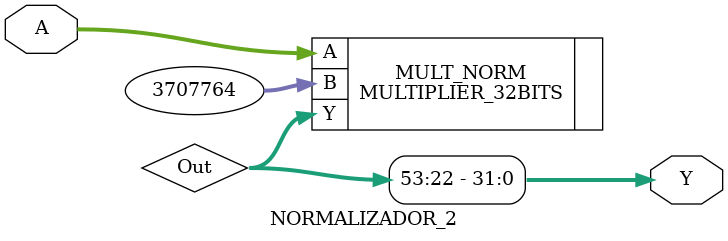
<source format=v>
`timescale 1ns / 1ps


module NORMALIZADOR_2(
    input wire [31:0] A, //entrada al normalizador 
    output wire [31:0] Y //salida de la normalizacion en coma fija, coma entre el bit 30 y 29
    );

wire [61:0] Out;      
    
    MULTIPLIER_32BITS MULT_NORM(
        .A(A),
        //.B(32'b00000000001110001110001000011001),
        //.B(32'b00000000001110001101010011111101), // 1/(18)   1/valor maximo 
        .B(32'b00000000001110001001001101110100), // 1/(18.1)   1/valor maximo
        .Y(Out)
        );

assign Y = Out[54:22];    

endmodule

</source>
